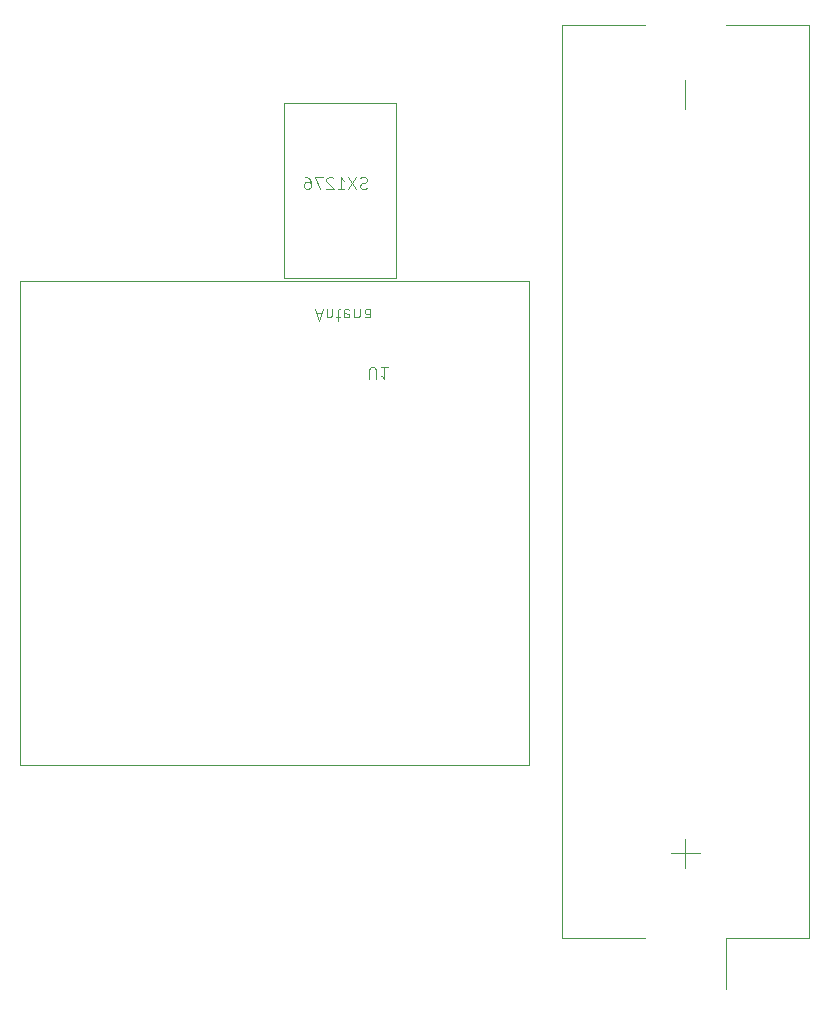
<source format=gbr>
%TF.GenerationSoftware,KiCad,Pcbnew,9.0.0*%
%TF.CreationDate,2025-06-04T20:24:48+02:00*%
%TF.ProjectId,capibarazeroPCB,63617069-6261-4726-917a-65726f504342,rev?*%
%TF.SameCoordinates,Original*%
%TF.FileFunction,Legend,Bot*%
%TF.FilePolarity,Positive*%
%FSLAX46Y46*%
G04 Gerber Fmt 4.6, Leading zero omitted, Abs format (unit mm)*
G04 Created by KiCad (PCBNEW 9.0.0) date 2025-06-04 20:24:48*
%MOMM*%
%LPD*%
G01*
G04 APERTURE LIST*
%ADD10C,0.100000*%
%ADD11C,0.120000*%
G04 APERTURE END LIST*
D10*
X120697000Y-90148000D02*
X163747000Y-90148000D01*
X163747000Y-131148000D01*
X120697000Y-131148000D01*
X120697000Y-90148000D01*
X150230095Y-98448580D02*
X150230095Y-97639057D01*
X150230095Y-97639057D02*
X150277714Y-97543819D01*
X150277714Y-97543819D02*
X150325333Y-97496200D01*
X150325333Y-97496200D02*
X150420571Y-97448580D01*
X150420571Y-97448580D02*
X150611047Y-97448580D01*
X150611047Y-97448580D02*
X150706285Y-97496200D01*
X150706285Y-97496200D02*
X150753904Y-97543819D01*
X150753904Y-97543819D02*
X150801523Y-97639057D01*
X150801523Y-97639057D02*
X150801523Y-98448580D01*
X151801523Y-97448580D02*
X151230095Y-97448580D01*
X151515809Y-97448580D02*
X151515809Y-98448580D01*
X151515809Y-98448580D02*
X151420571Y-98305723D01*
X151420571Y-98305723D02*
X151325333Y-98210485D01*
X151325333Y-98210485D02*
X151230095Y-98162866D01*
X150043734Y-82305800D02*
X149900877Y-82353419D01*
X149900877Y-82353419D02*
X149662782Y-82353419D01*
X149662782Y-82353419D02*
X149567544Y-82305800D01*
X149567544Y-82305800D02*
X149519925Y-82258180D01*
X149519925Y-82258180D02*
X149472306Y-82162942D01*
X149472306Y-82162942D02*
X149472306Y-82067704D01*
X149472306Y-82067704D02*
X149519925Y-81972466D01*
X149519925Y-81972466D02*
X149567544Y-81924847D01*
X149567544Y-81924847D02*
X149662782Y-81877228D01*
X149662782Y-81877228D02*
X149853258Y-81829609D01*
X149853258Y-81829609D02*
X149948496Y-81781990D01*
X149948496Y-81781990D02*
X149996115Y-81734371D01*
X149996115Y-81734371D02*
X150043734Y-81639133D01*
X150043734Y-81639133D02*
X150043734Y-81543895D01*
X150043734Y-81543895D02*
X149996115Y-81448657D01*
X149996115Y-81448657D02*
X149948496Y-81401038D01*
X149948496Y-81401038D02*
X149853258Y-81353419D01*
X149853258Y-81353419D02*
X149615163Y-81353419D01*
X149615163Y-81353419D02*
X149472306Y-81401038D01*
X149138972Y-81353419D02*
X148472306Y-82353419D01*
X148472306Y-81353419D02*
X149138972Y-82353419D01*
X147567544Y-82353419D02*
X148138972Y-82353419D01*
X147853258Y-82353419D02*
X147853258Y-81353419D01*
X147853258Y-81353419D02*
X147948496Y-81496276D01*
X147948496Y-81496276D02*
X148043734Y-81591514D01*
X148043734Y-81591514D02*
X148138972Y-81639133D01*
X147186591Y-81448657D02*
X147138972Y-81401038D01*
X147138972Y-81401038D02*
X147043734Y-81353419D01*
X147043734Y-81353419D02*
X146805639Y-81353419D01*
X146805639Y-81353419D02*
X146710401Y-81401038D01*
X146710401Y-81401038D02*
X146662782Y-81448657D01*
X146662782Y-81448657D02*
X146615163Y-81543895D01*
X146615163Y-81543895D02*
X146615163Y-81639133D01*
X146615163Y-81639133D02*
X146662782Y-81781990D01*
X146662782Y-81781990D02*
X147234210Y-82353419D01*
X147234210Y-82353419D02*
X146615163Y-82353419D01*
X146281829Y-81353419D02*
X145615163Y-81353419D01*
X145615163Y-81353419D02*
X146043734Y-82353419D01*
X144805639Y-81353419D02*
X144996115Y-81353419D01*
X144996115Y-81353419D02*
X145091353Y-81401038D01*
X145091353Y-81401038D02*
X145138972Y-81448657D01*
X145138972Y-81448657D02*
X145234210Y-81591514D01*
X145234210Y-81591514D02*
X145281829Y-81781990D01*
X145281829Y-81781990D02*
X145281829Y-82162942D01*
X145281829Y-82162942D02*
X145234210Y-82258180D01*
X145234210Y-82258180D02*
X145186591Y-82305800D01*
X145186591Y-82305800D02*
X145091353Y-82353419D01*
X145091353Y-82353419D02*
X144900877Y-82353419D01*
X144900877Y-82353419D02*
X144805639Y-82305800D01*
X144805639Y-82305800D02*
X144758020Y-82258180D01*
X144758020Y-82258180D02*
X144710401Y-82162942D01*
X144710401Y-82162942D02*
X144710401Y-81924847D01*
X144710401Y-81924847D02*
X144758020Y-81829609D01*
X144758020Y-81829609D02*
X144805639Y-81781990D01*
X144805639Y-81781990D02*
X144900877Y-81734371D01*
X144900877Y-81734371D02*
X145091353Y-81734371D01*
X145091353Y-81734371D02*
X145186591Y-81781990D01*
X145186591Y-81781990D02*
X145234210Y-81829609D01*
X145234210Y-81829609D02*
X145281829Y-81924847D01*
X145748265Y-92819295D02*
X146224455Y-92819295D01*
X145653027Y-92533580D02*
X145986360Y-93533580D01*
X145986360Y-93533580D02*
X146319693Y-92533580D01*
X146653027Y-93200247D02*
X146653027Y-92533580D01*
X146653027Y-93105009D02*
X146700646Y-93152628D01*
X146700646Y-93152628D02*
X146795884Y-93200247D01*
X146795884Y-93200247D02*
X146938741Y-93200247D01*
X146938741Y-93200247D02*
X147033979Y-93152628D01*
X147033979Y-93152628D02*
X147081598Y-93057390D01*
X147081598Y-93057390D02*
X147081598Y-92533580D01*
X147414932Y-93200247D02*
X147795884Y-93200247D01*
X147557789Y-93533580D02*
X147557789Y-92676438D01*
X147557789Y-92676438D02*
X147605408Y-92581200D01*
X147605408Y-92581200D02*
X147700646Y-92533580D01*
X147700646Y-92533580D02*
X147795884Y-92533580D01*
X148510170Y-92581200D02*
X148414932Y-92533580D01*
X148414932Y-92533580D02*
X148224456Y-92533580D01*
X148224456Y-92533580D02*
X148129218Y-92581200D01*
X148129218Y-92581200D02*
X148081599Y-92676438D01*
X148081599Y-92676438D02*
X148081599Y-93057390D01*
X148081599Y-93057390D02*
X148129218Y-93152628D01*
X148129218Y-93152628D02*
X148224456Y-93200247D01*
X148224456Y-93200247D02*
X148414932Y-93200247D01*
X148414932Y-93200247D02*
X148510170Y-93152628D01*
X148510170Y-93152628D02*
X148557789Y-93057390D01*
X148557789Y-93057390D02*
X148557789Y-92962152D01*
X148557789Y-92962152D02*
X148081599Y-92866914D01*
X148986361Y-93200247D02*
X148986361Y-92533580D01*
X148986361Y-93105009D02*
X149033980Y-93152628D01*
X149033980Y-93152628D02*
X149129218Y-93200247D01*
X149129218Y-93200247D02*
X149272075Y-93200247D01*
X149272075Y-93200247D02*
X149367313Y-93152628D01*
X149367313Y-93152628D02*
X149414932Y-93057390D01*
X149414932Y-93057390D02*
X149414932Y-92533580D01*
X150319694Y-92533580D02*
X150319694Y-93057390D01*
X150319694Y-93057390D02*
X150272075Y-93152628D01*
X150272075Y-93152628D02*
X150176837Y-93200247D01*
X150176837Y-93200247D02*
X149986361Y-93200247D01*
X149986361Y-93200247D02*
X149891123Y-93152628D01*
X150319694Y-92581200D02*
X150224456Y-92533580D01*
X150224456Y-92533580D02*
X149986361Y-92533580D01*
X149986361Y-92533580D02*
X149891123Y-92581200D01*
X149891123Y-92581200D02*
X149843504Y-92676438D01*
X149843504Y-92676438D02*
X149843504Y-92771676D01*
X149843504Y-92771676D02*
X149891123Y-92866914D01*
X149891123Y-92866914D02*
X149986361Y-92914533D01*
X149986361Y-92914533D02*
X150224456Y-92914533D01*
X150224456Y-92914533D02*
X150319694Y-92962152D01*
D11*
%TO.C,BT1*%
X177000000Y-139850000D02*
X177000000Y-137350000D01*
X175750000Y-138600000D02*
X178250000Y-138600000D01*
X187440000Y-145740000D02*
X180440000Y-145740000D01*
X180440000Y-145740000D02*
X180440000Y-150100000D01*
X166560000Y-145740000D02*
X173560000Y-145740000D01*
X187440000Y-68460000D02*
X187440000Y-145740000D01*
X180440000Y-68460000D02*
X187420000Y-68460000D01*
X173560000Y-68460000D02*
X166560000Y-68460000D01*
X166560000Y-68460000D02*
X166560000Y-145740000D01*
X177000000Y-73100000D02*
X177000000Y-75600000D01*
%TO.C,U1*%
D10*
X142992000Y-89906000D02*
X152492000Y-89906000D01*
X152492000Y-75056000D01*
X142992000Y-75056000D01*
X142992000Y-89906000D01*
%TD*%
M02*

</source>
